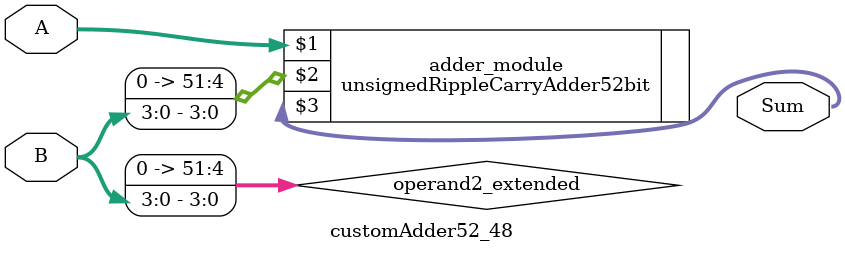
<source format=v>
module customAdder52_48(
                        input [51 : 0] A,
                        input [3 : 0] B,
                        
                        output [52 : 0] Sum
                );

        wire [51 : 0] operand2_extended;
        
        assign operand2_extended =  {48'b0, B};
        
        unsignedRippleCarryAdder52bit adder_module(
            A,
            operand2_extended,
            Sum
        );
        
        endmodule
        
</source>
